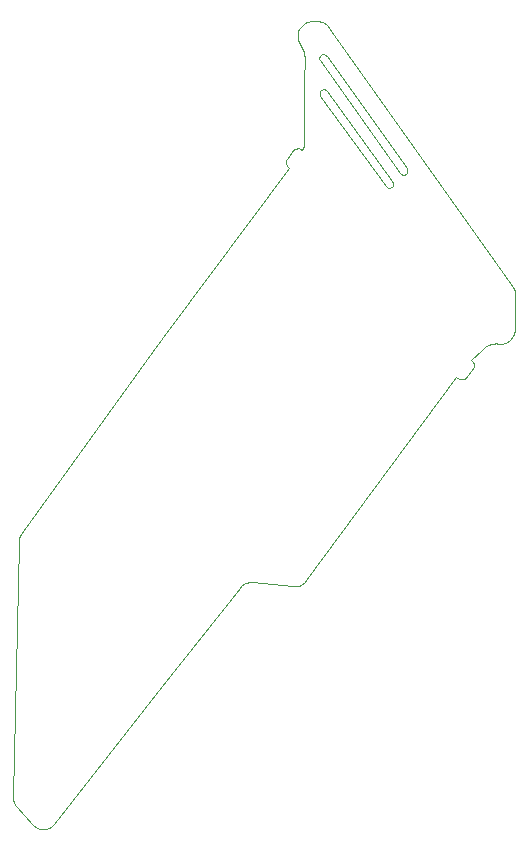
<source format=gbr>
%TF.GenerationSoftware,KiCad,Pcbnew,(7.0.0)*%
%TF.CreationDate,2023-05-30T20:10:02-04:00*%
%TF.ProjectId,H4X0R,48345830-522e-46b6-9963-61645f706362,rev?*%
%TF.SameCoordinates,Original*%
%TF.FileFunction,Profile,NP*%
%FSLAX46Y46*%
G04 Gerber Fmt 4.6, Leading zero omitted, Abs format (unit mm)*
G04 Created by KiCad (PCBNEW (7.0.0)) date 2023-05-30 20:10:02*
%MOMM*%
%LPD*%
G01*
G04 APERTURE LIST*
%TA.AperFunction,Profile*%
%ADD10C,0.100000*%
%TD*%
G04 APERTURE END LIST*
D10*
X52794993Y-11646552D02*
X52599093Y-11657052D01*
X52599093Y-11657052D02*
X52438493Y-11687244D01*
X52438493Y-11687244D02*
X52298693Y-11735164D01*
X52298693Y-11735164D02*
X52164793Y-11798851D01*
X52164793Y-11798851D02*
X51952593Y-11939060D01*
X51952593Y-11939060D02*
X51779893Y-12111118D01*
X51779893Y-12111118D02*
X51647693Y-12308471D01*
X51647693Y-12308471D02*
X51557293Y-12524561D01*
X51557293Y-12524561D02*
X51509693Y-12752841D01*
X51509693Y-12752841D02*
X51506393Y-12986741D01*
X51506393Y-12986741D02*
X51548393Y-13219721D01*
X51548393Y-13219721D02*
X51636993Y-13445231D01*
X51636993Y-13445231D02*
X51965193Y-14085931D01*
X51965193Y-14085931D02*
X52024193Y-14220671D01*
X52024193Y-14220671D02*
X52066693Y-14360331D01*
X52066693Y-14360331D02*
X52091893Y-14503931D01*
X52091893Y-14503931D02*
X52099193Y-14650481D01*
X52099193Y-14650481D02*
X52088693Y-16908671D01*
X52088693Y-16908671D02*
X52083393Y-21855741D01*
X52083393Y-21855741D02*
X52071493Y-22022141D01*
X52071493Y-22022141D02*
X52020293Y-22233841D01*
X52020293Y-22233841D02*
X51956593Y-22385741D01*
X51956593Y-22385741D02*
X51873193Y-22527941D01*
X51873193Y-22527941D02*
X51719993Y-22452041D01*
X51719993Y-22452041D02*
X51626193Y-22427041D01*
X51626193Y-22427041D02*
X51521393Y-22417641D01*
X51521393Y-22417641D02*
X51394293Y-22442041D01*
X51394293Y-22442041D02*
X51261093Y-22506941D01*
X51261093Y-22506941D02*
X51139193Y-22599241D01*
X51139193Y-22599241D02*
X51046193Y-22706441D01*
X51046193Y-22706441D02*
X50644393Y-23294641D01*
X50644393Y-23294641D02*
X50558893Y-23430541D01*
X50558893Y-23430541D02*
X50517393Y-23548941D01*
X50517393Y-23548941D02*
X50511993Y-23652741D01*
X50511993Y-23652741D02*
X50534493Y-23745341D01*
X50534493Y-23745341D02*
X50576793Y-23829641D01*
X50576793Y-23829641D02*
X50630693Y-23908641D01*
X50630693Y-23908641D02*
X50741493Y-24064041D01*
X50741493Y-24064041D02*
X40640093Y-37720841D01*
X40640093Y-37720841D02*
X39442693Y-39314741D01*
X39442693Y-39314741D02*
X28112303Y-55053841D01*
X28112303Y-55053841D02*
X28016054Y-55210841D01*
X28016054Y-55210841D02*
X27944911Y-55380141D01*
X27944911Y-55380141D02*
X27900354Y-55558241D01*
X27900354Y-55558241D02*
X27883860Y-55741841D01*
X27883860Y-55741841D02*
X27426963Y-77333841D01*
X27426963Y-77333841D02*
X27443580Y-77559541D01*
X27443580Y-77559541D02*
X27499940Y-77776041D01*
X27499940Y-77776041D02*
X27594649Y-77978241D01*
X27594649Y-77978241D02*
X27726312Y-78161041D01*
X27726312Y-78161041D02*
X29018213Y-79644541D01*
X29018213Y-79644541D02*
X29117213Y-79745841D01*
X29117213Y-79745841D02*
X29224363Y-79833141D01*
X29224363Y-79833141D02*
X29338423Y-79906241D01*
X29338423Y-79906241D02*
X29458203Y-79965441D01*
X29458203Y-79965441D02*
X29710013Y-80042041D01*
X29710013Y-80042041D02*
X29970063Y-80063141D01*
X29970063Y-80063141D02*
X30228653Y-80028841D01*
X30228653Y-80028841D02*
X30476033Y-79939641D01*
X30476033Y-79939641D02*
X30592483Y-79874541D01*
X30592483Y-79874541D02*
X30702493Y-79795741D01*
X30702493Y-79795741D02*
X30804833Y-79703341D01*
X30804833Y-79703341D02*
X30898293Y-79597441D01*
X30898293Y-79597441D02*
X40059793Y-67944041D01*
X40059793Y-67944041D02*
X46603293Y-59620241D01*
X46603293Y-59620241D02*
X46706593Y-59504541D01*
X46706593Y-59504541D02*
X46822093Y-59404041D01*
X46822093Y-59404041D02*
X46948493Y-59319441D01*
X46948493Y-59319441D02*
X47083793Y-59251641D01*
X47083793Y-59251641D02*
X47226593Y-59201141D01*
X47226593Y-59201141D02*
X47374993Y-59168641D01*
X47374993Y-59168641D02*
X47527593Y-59154941D01*
X47527593Y-59154941D02*
X47682493Y-59160741D01*
X47682493Y-59160741D02*
X51137993Y-59499441D01*
X51137993Y-59499441D02*
X51297893Y-59504641D01*
X51297893Y-59504641D02*
X51455093Y-59489141D01*
X51455093Y-59489141D02*
X51607993Y-59453741D01*
X51607993Y-59453741D02*
X51754493Y-59399341D01*
X51754493Y-59399341D02*
X51892893Y-59326441D01*
X51892893Y-59326441D02*
X52021293Y-59236141D01*
X52021293Y-59236141D02*
X52137893Y-59128941D01*
X52137893Y-59128941D02*
X52240893Y-59005841D01*
X52240893Y-59005841D02*
X64915693Y-41767241D01*
X64915693Y-41767241D02*
X64984793Y-41829441D01*
X64984793Y-41829441D02*
X65084493Y-41897941D01*
X65084493Y-41897941D02*
X65212593Y-41955541D01*
X65212593Y-41955541D02*
X65367293Y-41985241D01*
X65367293Y-41985241D02*
X65495793Y-41968941D01*
X65495793Y-41968941D02*
X65632493Y-41912441D01*
X65632493Y-41912441D02*
X65759493Y-41827241D01*
X65759493Y-41827241D02*
X65858393Y-41725241D01*
X65858393Y-41725241D02*
X66291693Y-41160741D01*
X66291693Y-41160741D02*
X66388593Y-41023341D01*
X66388593Y-41023341D02*
X66435993Y-40902541D01*
X66435993Y-40902541D02*
X66443293Y-40795241D01*
X66443293Y-40795241D02*
X66420293Y-40698241D01*
X66420293Y-40698241D02*
X66321993Y-40523041D01*
X66321993Y-40523041D02*
X66218093Y-40352041D01*
X66218093Y-40352041D02*
X67084693Y-39498541D01*
X67084693Y-39498541D02*
X67277493Y-39308641D01*
X67277493Y-39308641D02*
X67480493Y-39167041D01*
X67480493Y-39167041D02*
X67682593Y-39066941D01*
X67682593Y-39066941D02*
X67872793Y-39001041D01*
X67872793Y-39001041D02*
X68039793Y-38962141D01*
X68039793Y-38962141D02*
X68172793Y-38943241D01*
X68172793Y-38943241D02*
X68292493Y-38936641D01*
X68292493Y-38936641D02*
X68439093Y-38970641D01*
X68439093Y-38970641D02*
X68585793Y-38985541D01*
X68585793Y-38985541D02*
X68731093Y-38982441D01*
X68731093Y-38982441D02*
X68873893Y-38962141D01*
X68873893Y-38962141D02*
X69012693Y-38925741D01*
X69012693Y-38925741D02*
X69146393Y-38874241D01*
X69146393Y-38874241D02*
X69273393Y-38808341D01*
X69273393Y-38808341D02*
X69392793Y-38729241D01*
X69392793Y-38729241D02*
X69502893Y-38637841D01*
X69502893Y-38637841D02*
X69602693Y-38535041D01*
X69602693Y-38535041D02*
X69690793Y-38421841D01*
X69690793Y-38421841D02*
X69765793Y-38299341D01*
X69765793Y-38299341D02*
X69826593Y-38168241D01*
X69826593Y-38168241D02*
X69871793Y-38029741D01*
X69871793Y-38029741D02*
X69899993Y-37884741D01*
X69899993Y-37884741D02*
X69910093Y-37734041D01*
X69910093Y-37734041D02*
X69925793Y-34885041D01*
X69925793Y-34885041D02*
X69912593Y-34702941D01*
X69912593Y-34702941D02*
X69873293Y-34525341D01*
X69873293Y-34525341D02*
X69808293Y-34355541D01*
X69808293Y-34355541D02*
X69718293Y-34197041D01*
X69718293Y-34197041D02*
X54202393Y-12190134D01*
X54202393Y-12190134D02*
X54112493Y-12070504D01*
X54112493Y-12070504D02*
X54011993Y-11964230D01*
X54011993Y-11964230D02*
X53901293Y-11872110D01*
X53901293Y-11872110D02*
X53780293Y-11794947D01*
X53780293Y-11794947D02*
X53649293Y-11733538D01*
X53649293Y-11733538D02*
X53508193Y-11688683D01*
X53508193Y-11688683D02*
X53357393Y-11661184D01*
X53357393Y-11661184D02*
X53196693Y-11651840D01*
X53196693Y-11651840D02*
X52794993Y-11646552D01*
X52794993Y-11646552D02*
X52794993Y-11646552D01*
X58970793Y-25604141D02*
X53430393Y-17970951D01*
X53430393Y-17970951D02*
X53375793Y-17849411D01*
X53375793Y-17849411D02*
X53372793Y-17720921D01*
X53372793Y-17720921D02*
X53418493Y-17600371D01*
X53418493Y-17600371D02*
X53509793Y-17502641D01*
X53509793Y-17502641D02*
X53533593Y-17486761D01*
X53533593Y-17486761D02*
X53655093Y-17432191D01*
X53655093Y-17432191D02*
X53783593Y-17429211D01*
X53783593Y-17429211D02*
X53904193Y-17474851D01*
X53904193Y-17474851D02*
X54001893Y-17566141D01*
X54001893Y-17566141D02*
X59542293Y-25199341D01*
X59542293Y-25199341D02*
X59596793Y-25320941D01*
X59596793Y-25320941D02*
X59599793Y-25449441D01*
X59599793Y-25449441D02*
X59554193Y-25569941D01*
X59554193Y-25569941D02*
X59462893Y-25667641D01*
X59462893Y-25667641D02*
X59439093Y-25683541D01*
X59439093Y-25683541D02*
X59317493Y-25737041D01*
X59317493Y-25737041D02*
X59189093Y-25740141D01*
X59189093Y-25740141D02*
X59068493Y-25695141D01*
X59068493Y-25695141D02*
X58970793Y-25604141D01*
X58970793Y-25604141D02*
X58970793Y-25604141D01*
X58970793Y-25604141D02*
X58970793Y-25604141D01*
X60182593Y-24511441D02*
X53385393Y-14981161D01*
X53385393Y-14981161D02*
X53330793Y-14859611D01*
X53330793Y-14859611D02*
X53327893Y-14731131D01*
X53327893Y-14731131D02*
X53373493Y-14610581D01*
X53373493Y-14610581D02*
X53464793Y-14512841D01*
X53464793Y-14512841D02*
X53488593Y-14496961D01*
X53488593Y-14496961D02*
X53610093Y-14442391D01*
X53610093Y-14442391D02*
X53738593Y-14439421D01*
X53738593Y-14439421D02*
X53859193Y-14485061D01*
X53859193Y-14485061D02*
X53956893Y-14576331D01*
X53956893Y-14576331D02*
X60754093Y-24106641D01*
X60754093Y-24106641D02*
X60808593Y-24228141D01*
X60808593Y-24228141D02*
X60811593Y-24356641D01*
X60811593Y-24356641D02*
X60765993Y-24477241D01*
X60765993Y-24477241D02*
X60674693Y-24574941D01*
X60674693Y-24574941D02*
X60650893Y-24590841D01*
X60650893Y-24590841D02*
X60528993Y-24645341D01*
X60528993Y-24645341D02*
X60399793Y-24648341D01*
X60399793Y-24648341D02*
X60279193Y-24602741D01*
X60279193Y-24602741D02*
X60182593Y-24511441D01*
X60182593Y-24511441D02*
X60182593Y-24511441D01*
X60182593Y-24511441D02*
X60182593Y-24511441D01*
M02*

</source>
